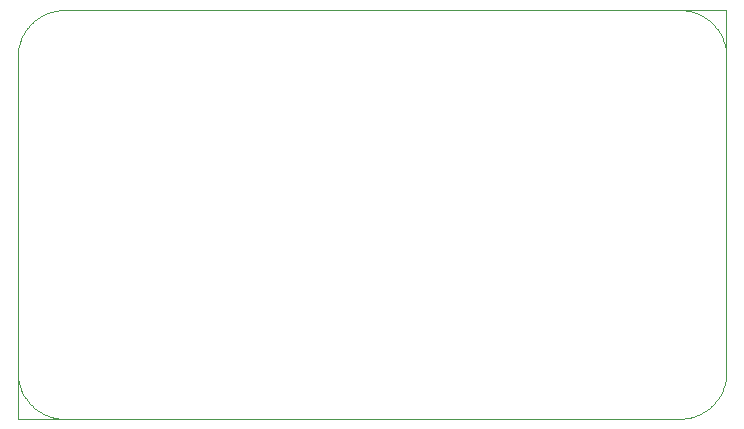
<source format=gbo>
G75*
%MOIN*%
%OFA0B0*%
%FSLAX25Y25*%
%IPPOS*%
%LPD*%
%AMOC8*
5,1,8,0,0,1.08239X$1,22.5*
%
%ADD10C,0.00000*%
D10*
X0006118Y0012146D02*
X0006118Y0026320D01*
X0006118Y0027894D02*
X0006118Y0133406D01*
X0006137Y0133787D01*
X0006166Y0134168D01*
X0006204Y0134547D01*
X0006251Y0134926D01*
X0006308Y0135303D01*
X0006374Y0135679D01*
X0006449Y0136053D01*
X0006533Y0136426D01*
X0006627Y0136796D01*
X0006729Y0137163D01*
X0006841Y0137528D01*
X0006961Y0137890D01*
X0007090Y0138249D01*
X0007228Y0138605D01*
X0007374Y0138957D01*
X0007530Y0139306D01*
X0007693Y0139651D01*
X0007865Y0139991D01*
X0008046Y0140328D01*
X0008234Y0140659D01*
X0008431Y0140986D01*
X0008635Y0141309D01*
X0008848Y0141626D01*
X0009068Y0141937D01*
X0009296Y0142243D01*
X0009531Y0142544D01*
X0009773Y0142839D01*
X0010023Y0143127D01*
X0010280Y0143410D01*
X0010543Y0143686D01*
X0010813Y0143955D01*
X0011090Y0144218D01*
X0011373Y0144474D01*
X0011662Y0144723D01*
X0011957Y0144965D01*
X0012258Y0145199D01*
X0012565Y0145426D01*
X0012877Y0145646D01*
X0013195Y0145858D01*
X0013517Y0146061D01*
X0013845Y0146257D01*
X0014177Y0146445D01*
X0014514Y0146625D01*
X0014854Y0146796D01*
X0015200Y0146959D01*
X0015549Y0147113D01*
X0015901Y0147259D01*
X0016257Y0147396D01*
X0016617Y0147525D01*
X0016979Y0147644D01*
X0017344Y0147755D01*
X0017712Y0147856D01*
X0018082Y0147949D01*
X0018455Y0148032D01*
X0018829Y0148106D01*
X0019205Y0148171D01*
X0019582Y0148227D01*
X0019961Y0148274D01*
X0020341Y0148311D01*
X0020722Y0148339D01*
X0021103Y0148358D01*
X0021484Y0148367D01*
X0021866Y0148367D01*
X0227378Y0148367D01*
X0228165Y0148367D02*
X0242339Y0148367D01*
X0242339Y0134194D01*
X0242339Y0132619D02*
X0242339Y0027107D01*
X0242338Y0027107D02*
X0242319Y0026726D01*
X0242290Y0026345D01*
X0242252Y0025966D01*
X0242205Y0025587D01*
X0242148Y0025210D01*
X0242082Y0024834D01*
X0242007Y0024460D01*
X0241923Y0024087D01*
X0241829Y0023717D01*
X0241727Y0023350D01*
X0241615Y0022985D01*
X0241495Y0022623D01*
X0241366Y0022264D01*
X0241228Y0021908D01*
X0241082Y0021556D01*
X0240926Y0021207D01*
X0240763Y0020862D01*
X0240591Y0020522D01*
X0240410Y0020185D01*
X0240222Y0019854D01*
X0240025Y0019527D01*
X0239821Y0019204D01*
X0239608Y0018887D01*
X0239388Y0018576D01*
X0239160Y0018270D01*
X0238925Y0017969D01*
X0238683Y0017674D01*
X0238433Y0017386D01*
X0238176Y0017103D01*
X0237913Y0016827D01*
X0237643Y0016558D01*
X0237366Y0016295D01*
X0237083Y0016039D01*
X0236794Y0015790D01*
X0236499Y0015548D01*
X0236198Y0015314D01*
X0235891Y0015087D01*
X0235579Y0014867D01*
X0235261Y0014655D01*
X0234939Y0014452D01*
X0234611Y0014256D01*
X0234279Y0014068D01*
X0233942Y0013888D01*
X0233602Y0013717D01*
X0233256Y0013554D01*
X0232907Y0013400D01*
X0232555Y0013254D01*
X0232199Y0013117D01*
X0231839Y0012988D01*
X0231477Y0012869D01*
X0231112Y0012758D01*
X0230744Y0012657D01*
X0230374Y0012564D01*
X0230001Y0012481D01*
X0229627Y0012407D01*
X0229251Y0012342D01*
X0228874Y0012286D01*
X0228495Y0012239D01*
X0228115Y0012202D01*
X0227734Y0012174D01*
X0227353Y0012155D01*
X0226972Y0012146D01*
X0226590Y0012146D01*
X0226591Y0012146D02*
X0021079Y0012146D01*
X0006118Y0012146D01*
X0021079Y0012147D02*
X0020698Y0012166D01*
X0020317Y0012195D01*
X0019938Y0012233D01*
X0019559Y0012280D01*
X0019182Y0012337D01*
X0018806Y0012403D01*
X0018432Y0012478D01*
X0018059Y0012562D01*
X0017689Y0012656D01*
X0017322Y0012758D01*
X0016957Y0012870D01*
X0016595Y0012990D01*
X0016236Y0013119D01*
X0015880Y0013257D01*
X0015528Y0013403D01*
X0015179Y0013559D01*
X0014834Y0013722D01*
X0014494Y0013894D01*
X0014157Y0014075D01*
X0013826Y0014263D01*
X0013499Y0014460D01*
X0013176Y0014664D01*
X0012859Y0014877D01*
X0012548Y0015097D01*
X0012242Y0015325D01*
X0011941Y0015560D01*
X0011646Y0015802D01*
X0011358Y0016052D01*
X0011075Y0016309D01*
X0010799Y0016572D01*
X0010530Y0016842D01*
X0010267Y0017119D01*
X0010011Y0017402D01*
X0009762Y0017691D01*
X0009520Y0017986D01*
X0009286Y0018287D01*
X0009059Y0018594D01*
X0008839Y0018906D01*
X0008627Y0019224D01*
X0008424Y0019546D01*
X0008228Y0019874D01*
X0008040Y0020206D01*
X0007860Y0020543D01*
X0007689Y0020883D01*
X0007526Y0021229D01*
X0007372Y0021578D01*
X0007226Y0021930D01*
X0007089Y0022286D01*
X0006960Y0022646D01*
X0006841Y0023008D01*
X0006730Y0023373D01*
X0006629Y0023741D01*
X0006536Y0024111D01*
X0006453Y0024484D01*
X0006379Y0024858D01*
X0006314Y0025234D01*
X0006258Y0025611D01*
X0006211Y0025990D01*
X0006174Y0026370D01*
X0006146Y0026751D01*
X0006127Y0027132D01*
X0006118Y0027513D01*
X0006118Y0027895D01*
X0227378Y0148367D02*
X0227759Y0148348D01*
X0228140Y0148319D01*
X0228519Y0148281D01*
X0228898Y0148234D01*
X0229275Y0148177D01*
X0229651Y0148111D01*
X0230025Y0148036D01*
X0230398Y0147952D01*
X0230768Y0147858D01*
X0231135Y0147756D01*
X0231500Y0147644D01*
X0231862Y0147524D01*
X0232221Y0147395D01*
X0232577Y0147257D01*
X0232929Y0147111D01*
X0233278Y0146955D01*
X0233623Y0146792D01*
X0233963Y0146620D01*
X0234300Y0146439D01*
X0234631Y0146251D01*
X0234958Y0146054D01*
X0235281Y0145850D01*
X0235598Y0145637D01*
X0235909Y0145417D01*
X0236215Y0145189D01*
X0236516Y0144954D01*
X0236811Y0144712D01*
X0237099Y0144462D01*
X0237382Y0144205D01*
X0237658Y0143942D01*
X0237927Y0143672D01*
X0238190Y0143395D01*
X0238446Y0143112D01*
X0238695Y0142823D01*
X0238937Y0142528D01*
X0239171Y0142227D01*
X0239398Y0141920D01*
X0239618Y0141608D01*
X0239830Y0141290D01*
X0240033Y0140968D01*
X0240229Y0140640D01*
X0240417Y0140308D01*
X0240597Y0139971D01*
X0240768Y0139631D01*
X0240931Y0139285D01*
X0241085Y0138936D01*
X0241231Y0138584D01*
X0241368Y0138228D01*
X0241497Y0137868D01*
X0241616Y0137506D01*
X0241727Y0137141D01*
X0241828Y0136773D01*
X0241921Y0136403D01*
X0242004Y0136030D01*
X0242078Y0135656D01*
X0242143Y0135280D01*
X0242199Y0134903D01*
X0242246Y0134524D01*
X0242283Y0134144D01*
X0242311Y0133763D01*
X0242330Y0133382D01*
X0242339Y0133001D01*
X0242339Y0132619D01*
M02*

</source>
